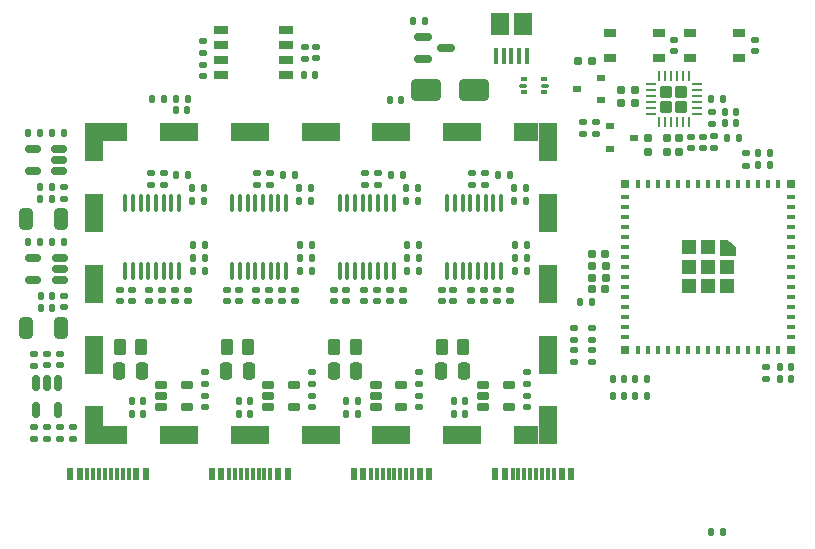
<source format=gbr>
%TF.GenerationSoftware,KiCad,Pcbnew,8.0.5*%
%TF.CreationDate,2025-03-11T21:14:57+01:00*%
%TF.ProjectId,Platine 4 Kanal Ferroelektret,506c6174-696e-4652-9034-204b616e616c,rev?*%
%TF.SameCoordinates,Original*%
%TF.FileFunction,Paste,Top*%
%TF.FilePolarity,Positive*%
%FSLAX46Y46*%
G04 Gerber Fmt 4.6, Leading zero omitted, Abs format (unit mm)*
G04 Created by KiCad (PCBNEW 8.0.5) date 2025-03-11 21:14:57*
%MOMM*%
%LPD*%
G01*
G04 APERTURE LIST*
G04 Aperture macros list*
%AMRoundRect*
0 Rectangle with rounded corners*
0 $1 Rounding radius*
0 $2 $3 $4 $5 $6 $7 $8 $9 X,Y pos of 4 corners*
0 Add a 4 corners polygon primitive as box body*
4,1,4,$2,$3,$4,$5,$6,$7,$8,$9,$2,$3,0*
0 Add four circle primitives for the rounded corners*
1,1,$1+$1,$2,$3*
1,1,$1+$1,$4,$5*
1,1,$1+$1,$6,$7*
1,1,$1+$1,$8,$9*
0 Add four rect primitives between the rounded corners*
20,1,$1+$1,$2,$3,$4,$5,0*
20,1,$1+$1,$4,$5,$6,$7,0*
20,1,$1+$1,$6,$7,$8,$9,0*
20,1,$1+$1,$8,$9,$2,$3,0*%
G04 Aperture macros list end*
%ADD10C,0.010000*%
%ADD11R,1.300000X0.700000*%
%ADD12RoundRect,0.135000X-0.185000X0.135000X-0.185000X-0.135000X0.185000X-0.135000X0.185000X0.135000X0*%
%ADD13RoundRect,0.140000X-0.170000X0.140000X-0.170000X-0.140000X0.170000X-0.140000X0.170000X0.140000X0*%
%ADD14RoundRect,0.140000X0.170000X-0.140000X0.170000X0.140000X-0.170000X0.140000X-0.170000X-0.140000X0*%
%ADD15R,0.400000X1.350000*%
%ADD16R,1.500000X1.900000*%
%ADD17RoundRect,0.100000X-0.100000X0.637500X-0.100000X-0.637500X0.100000X-0.637500X0.100000X0.637500X0*%
%ADD18RoundRect,0.135000X0.135000X0.185000X-0.135000X0.185000X-0.135000X-0.185000X0.135000X-0.185000X0*%
%ADD19RoundRect,0.140000X-0.140000X-0.170000X0.140000X-0.170000X0.140000X0.170000X-0.140000X0.170000X0*%
%ADD20RoundRect,0.150000X-0.150000X0.512500X-0.150000X-0.512500X0.150000X-0.512500X0.150000X0.512500X0*%
%ADD21RoundRect,0.155000X-0.212500X-0.155000X0.212500X-0.155000X0.212500X0.155000X-0.212500X0.155000X0*%
%ADD22RoundRect,0.150000X0.512500X0.150000X-0.512500X0.150000X-0.512500X-0.150000X0.512500X-0.150000X0*%
%ADD23RoundRect,0.140000X0.140000X0.170000X-0.140000X0.170000X-0.140000X-0.170000X0.140000X-0.170000X0*%
%ADD24RoundRect,0.160000X-0.197500X-0.160000X0.197500X-0.160000X0.197500X0.160000X-0.197500X0.160000X0*%
%ADD25RoundRect,0.135000X0.185000X-0.135000X0.185000X0.135000X-0.185000X0.135000X-0.185000X-0.135000X0*%
%ADD26RoundRect,0.250000X-0.325000X-0.650000X0.325000X-0.650000X0.325000X0.650000X-0.325000X0.650000X0*%
%ADD27RoundRect,0.250000X0.262500X0.450000X-0.262500X0.450000X-0.262500X-0.450000X0.262500X-0.450000X0*%
%ADD28RoundRect,0.135000X-0.135000X-0.185000X0.135000X-0.185000X0.135000X0.185000X-0.135000X0.185000X0*%
%ADD29RoundRect,0.150000X-0.587500X-0.150000X0.587500X-0.150000X0.587500X0.150000X-0.587500X0.150000X0*%
%ADD30R,0.800000X0.600000*%
%ADD31RoundRect,0.147500X-0.147500X-0.172500X0.147500X-0.172500X0.147500X0.172500X-0.147500X0.172500X0*%
%ADD32RoundRect,0.147500X0.147500X0.172500X-0.147500X0.172500X-0.147500X-0.172500X0.147500X-0.172500X0*%
%ADD33R,0.600000X1.140000*%
%ADD34R,0.300000X1.140000*%
%ADD35RoundRect,0.162500X-0.367500X-0.162500X0.367500X-0.162500X0.367500X0.162500X-0.367500X0.162500X0*%
%ADD36RoundRect,0.250000X0.275000X-0.275000X0.275000X0.275000X-0.275000X0.275000X-0.275000X-0.275000X0*%
%ADD37RoundRect,0.062500X0.062500X-0.350000X0.062500X0.350000X-0.062500X0.350000X-0.062500X-0.350000X0*%
%ADD38RoundRect,0.062500X0.350000X-0.062500X0.350000X0.062500X-0.350000X0.062500X-0.350000X-0.062500X0*%
%ADD39RoundRect,0.160000X0.160000X-0.197500X0.160000X0.197500X-0.160000X0.197500X-0.160000X-0.197500X0*%
%ADD40RoundRect,0.147500X0.172500X-0.147500X0.172500X0.147500X-0.172500X0.147500X-0.172500X-0.147500X0*%
%ADD41RoundRect,0.160000X0.197500X0.160000X-0.197500X0.160000X-0.197500X-0.160000X0.197500X-0.160000X0*%
%ADD42RoundRect,0.160000X-0.160000X0.197500X-0.160000X-0.197500X0.160000X-0.197500X0.160000X0.197500X0*%
%ADD43R,1.050000X0.650000*%
%ADD44RoundRect,0.250000X0.250000X0.475000X-0.250000X0.475000X-0.250000X-0.475000X0.250000X-0.475000X0*%
%ADD45RoundRect,0.093750X-0.156250X-0.093750X0.156250X-0.093750X0.156250X0.093750X-0.156250X0.093750X0*%
%ADD46RoundRect,0.075000X-0.250000X-0.075000X0.250000X-0.075000X0.250000X0.075000X-0.250000X0.075000X0*%
%ADD47R,1.550000X1.500000*%
%ADD48R,1.550000X1.750000*%
%ADD49R,1.550000X3.300000*%
%ADD50R,2.050000X1.500000*%
%ADD51R,2.100000X1.500000*%
%ADD52R,3.300000X1.500000*%
%ADD53RoundRect,0.250000X-1.000000X-0.650000X1.000000X-0.650000X1.000000X0.650000X-1.000000X0.650000X0*%
%ADD54R,0.400000X0.800000*%
%ADD55R,0.800000X0.400000*%
%ADD56R,1.200000X1.200000*%
%ADD57R,0.800000X0.800000*%
G04 APERTURE END LIST*
D10*
%TO.C,U2*%
X162100000Y-95400000D02*
X162100000Y-96000000D01*
X160900000Y-96000000D01*
X160900000Y-94800000D01*
X161500000Y-94800000D01*
X162100000Y-95400000D01*
G36*
X162100000Y-95400000D02*
G01*
X162100000Y-96000000D01*
X160900000Y-96000000D01*
X160900000Y-94800000D01*
X161500000Y-94800000D01*
X162100000Y-95400000D01*
G37*
%TD*%
D11*
%TO.C,IC1*%
X118650000Y-76995000D03*
X118650000Y-78265000D03*
X118650000Y-79535000D03*
X118650000Y-80805000D03*
X124150000Y-80805000D03*
X124150000Y-79535000D03*
X124150000Y-78265000D03*
X124150000Y-76995000D03*
%TD*%
D12*
%TO.C,R3*%
X102800000Y-104390000D03*
X102800000Y-105410000D03*
%TD*%
D13*
%TO.C,C6*%
X102800000Y-110620000D03*
X102800000Y-111580000D03*
%TD*%
%TO.C,C5*%
X103900000Y-110620000D03*
X103900000Y-111580000D03*
%TD*%
D14*
%TO.C,C4*%
X105000000Y-111580000D03*
X105000000Y-110620000D03*
%TD*%
%TO.C,C3*%
X106100000Y-111580000D03*
X106100000Y-110620000D03*
%TD*%
D13*
%TO.C,C2*%
X103900000Y-104420000D03*
X103900000Y-105380000D03*
%TD*%
%TO.C,C1*%
X105000000Y-104420000D03*
X105000000Y-105380000D03*
%TD*%
D14*
%TO.C,C74*%
X105300000Y-91280000D03*
X105300000Y-90320000D03*
%TD*%
%TO.C,C20*%
X113650000Y-99942500D03*
X113650000Y-98982500D03*
%TD*%
D15*
%TO.C,J11*%
X144500000Y-79162500D03*
X143850000Y-79162500D03*
X143200000Y-79162500D03*
X142550000Y-79162500D03*
X141900000Y-79162500D03*
D16*
X144200000Y-76462500D03*
X142200000Y-76462500D03*
%TD*%
D13*
%TO.C,C46*%
X135400000Y-107982500D03*
X135400000Y-108942500D03*
%TD*%
%TO.C,C60*%
X143100000Y-98982500D03*
X143100000Y-99942500D03*
%TD*%
D17*
%TO.C,U9*%
X142325000Y-91637500D03*
X141675000Y-91637500D03*
X141025000Y-91637500D03*
X140375000Y-91637500D03*
X139725000Y-91637500D03*
X139075000Y-91637500D03*
X138425000Y-91637500D03*
X137775000Y-91637500D03*
X137775000Y-97362500D03*
X138425000Y-97362500D03*
X139075000Y-97362500D03*
X139725000Y-97362500D03*
X140375000Y-97362500D03*
X141025000Y-97362500D03*
X141675000Y-97362500D03*
X142325000Y-97362500D03*
%TD*%
D18*
%TO.C,R33*%
X144510000Y-96262500D03*
X143490000Y-96262500D03*
%TD*%
%TO.C,R16*%
X117160000Y-90362500D03*
X116140000Y-90362500D03*
%TD*%
D13*
%TO.C,C43*%
X135400000Y-105982500D03*
X135400000Y-106942500D03*
%TD*%
D19*
%TO.C,C39*%
X120120000Y-109462500D03*
X121080000Y-109462500D03*
%TD*%
D20*
%TO.C,U1*%
X104850000Y-106862500D03*
X103900000Y-106862500D03*
X102950000Y-106862500D03*
X102950000Y-109137500D03*
X104850000Y-109137500D03*
%TD*%
D21*
%TO.C,C15*%
X150032500Y-95950000D03*
X151167500Y-95950000D03*
%TD*%
D14*
%TO.C,C54*%
X141000000Y-90080000D03*
X141000000Y-89120000D03*
%TD*%
D22*
%TO.C,U14*%
X104962500Y-98150000D03*
X104962500Y-97200000D03*
X104962500Y-96250000D03*
X102687500Y-96250000D03*
X102687500Y-98150000D03*
%TD*%
D23*
%TO.C,C12*%
X165080000Y-87420000D03*
X164120000Y-87420000D03*
%TD*%
D13*
%TO.C,C24*%
X115850000Y-98982500D03*
X115850000Y-99942500D03*
%TD*%
D18*
%TO.C,R20*%
X126310000Y-97362500D03*
X125290000Y-97362500D03*
%TD*%
D13*
%TO.C,C22*%
X117250000Y-107982500D03*
X117250000Y-108942500D03*
%TD*%
D18*
%TO.C,R35*%
X144510000Y-95162500D03*
X143490000Y-95162500D03*
%TD*%
D24*
%TO.C,R9*%
X150002500Y-97950000D03*
X151197500Y-97950000D03*
%TD*%
D25*
%TO.C,R49*%
X150400000Y-85810000D03*
X150400000Y-84790000D03*
%TD*%
D14*
%TO.C,C35*%
X123800000Y-99942500D03*
X123800000Y-98982500D03*
%TD*%
D21*
%TO.C,C16*%
X150032500Y-98950000D03*
X151167500Y-98950000D03*
%TD*%
D17*
%TO.C,U5*%
X124125000Y-91625000D03*
X123475000Y-91625000D03*
X122825000Y-91625000D03*
X122175000Y-91625000D03*
X121525000Y-91625000D03*
X120875000Y-91625000D03*
X120225000Y-91625000D03*
X119575000Y-91625000D03*
X119575000Y-97350000D03*
X120225000Y-97350000D03*
X120875000Y-97350000D03*
X121525000Y-97350000D03*
X122175000Y-97350000D03*
X122825000Y-97350000D03*
X123475000Y-97350000D03*
X124125000Y-97350000D03*
%TD*%
D14*
%TO.C,C32*%
X122700000Y-99942500D03*
X122700000Y-98982500D03*
%TD*%
D18*
%TO.C,R14*%
X117260000Y-97362500D03*
X116240000Y-97362500D03*
%TD*%
D14*
%TO.C,C18*%
X113750000Y-90080000D03*
X113750000Y-89120000D03*
%TD*%
D26*
%TO.C,C7*%
X102125000Y-93000000D03*
X105075000Y-93000000D03*
%TD*%
D23*
%TO.C,C71*%
X115780000Y-83800000D03*
X114820000Y-83800000D03*
%TD*%
D14*
%TO.C,C59*%
X142000000Y-99942500D03*
X142000000Y-98982500D03*
%TD*%
D27*
%TO.C,RF1*%
X111862500Y-103862500D03*
X110037500Y-103862500D03*
%TD*%
D13*
%TO.C,C58*%
X144500000Y-107982500D03*
X144500000Y-108942500D03*
%TD*%
D28*
%TO.C,R52*%
X134890000Y-76200000D03*
X135910000Y-76200000D03*
%TD*%
D18*
%TO.C,R28*%
X135310000Y-90362500D03*
X134290000Y-90362500D03*
%TD*%
%TO.C,R32*%
X144510000Y-97362500D03*
X143490000Y-97362500D03*
%TD*%
%TO.C,R15*%
X117260000Y-96262500D03*
X116240000Y-96262500D03*
%TD*%
D29*
%TO.C,Q3*%
X135762500Y-77550000D03*
X135762500Y-79450000D03*
X137637500Y-78500000D03*
%TD*%
D18*
%TO.C,R12*%
X115860000Y-89262500D03*
X114840000Y-89262500D03*
%TD*%
D14*
%TO.C,C56*%
X140900000Y-99942500D03*
X140900000Y-98982500D03*
%TD*%
D30*
%TO.C,Q2*%
X151590000Y-85150000D03*
X151590000Y-87050000D03*
X153610000Y-86100000D03*
%TD*%
D18*
%TO.C,R21*%
X126310000Y-96262500D03*
X125290000Y-96262500D03*
%TD*%
D31*
%TO.C,LED_INFO4*%
X151800000Y-108000000D03*
X152770000Y-108000000D03*
%TD*%
D12*
%TO.C,R40*%
X160200000Y-83890000D03*
X160200000Y-84910000D03*
%TD*%
D25*
%TO.C,R43*%
X125700000Y-79410000D03*
X125700000Y-78390000D03*
%TD*%
D13*
%TO.C,C9*%
X163800000Y-77820000D03*
X163800000Y-78780000D03*
%TD*%
D23*
%TO.C,C28*%
X112030000Y-108362500D03*
X111070000Y-108362500D03*
%TD*%
%TO.C,C11*%
X165080000Y-88450000D03*
X164120000Y-88450000D03*
%TD*%
%TO.C,C76*%
X104305000Y-99500000D03*
X103345000Y-99500000D03*
%TD*%
D32*
%TO.C,LED_PWR2*%
X105285000Y-85700000D03*
X104315000Y-85700000D03*
%TD*%
D23*
%TO.C,C14*%
X166880000Y-106550000D03*
X165920000Y-106550000D03*
%TD*%
D26*
%TO.C,C8*%
X102125000Y-102200000D03*
X105075000Y-102200000D03*
%TD*%
D13*
%TO.C,C57*%
X139800000Y-98982500D03*
X139800000Y-99942500D03*
%TD*%
%TO.C,C25*%
X110050000Y-98982500D03*
X110050000Y-99942500D03*
%TD*%
D18*
%TO.C,R18*%
X124910000Y-89262500D03*
X123890000Y-89262500D03*
%TD*%
D33*
%TO.C,J7*%
X105850000Y-114562500D03*
X106650000Y-114562500D03*
D34*
X107800000Y-114562500D03*
X108800000Y-114562500D03*
X109300000Y-114562500D03*
X110300000Y-114562500D03*
D33*
X112250000Y-114562500D03*
X111450000Y-114562500D03*
D34*
X110800000Y-114562500D03*
X109800000Y-114562500D03*
X108300000Y-114562500D03*
X107300000Y-114562500D03*
%TD*%
D32*
%TO.C,LED_PWR1*%
X162470000Y-86100000D03*
X161500000Y-86100000D03*
%TD*%
D18*
%TO.C,R29*%
X135410000Y-95162500D03*
X134390000Y-95162500D03*
%TD*%
D27*
%TO.C,RF3*%
X130012500Y-103862500D03*
X128187500Y-103862500D03*
%TD*%
D13*
%TO.C,C21*%
X112550000Y-98982500D03*
X112550000Y-99942500D03*
%TD*%
%TO.C,C53*%
X139900000Y-89120000D03*
X139900000Y-90080000D03*
%TD*%
D35*
%TO.C,U8*%
X131700000Y-107012500D03*
X131700000Y-107962500D03*
X131700000Y-108912500D03*
X133900000Y-108912500D03*
X133900000Y-107012500D03*
%TD*%
D14*
%TO.C,C78*%
X105325000Y-100480000D03*
X105325000Y-99520000D03*
%TD*%
D23*
%TO.C,C64*%
X139280000Y-108362500D03*
X138320000Y-108362500D03*
%TD*%
D14*
%TO.C,C62*%
X138300000Y-99942500D03*
X138300000Y-98982500D03*
%TD*%
D30*
%TO.C,Q1*%
X150810000Y-82950000D03*
X150810000Y-81050000D03*
X148790000Y-82000000D03*
%TD*%
D18*
%TO.C,R17*%
X117260000Y-95162500D03*
X116240000Y-95162500D03*
%TD*%
D13*
%TO.C,C17*%
X112650000Y-89120000D03*
X112650000Y-90080000D03*
%TD*%
%TO.C,C41*%
X130800000Y-89120000D03*
X130800000Y-90080000D03*
%TD*%
D23*
%TO.C,C66*%
X162260000Y-83900000D03*
X161300000Y-83900000D03*
%TD*%
D36*
%TO.C,U12*%
X156300000Y-83500000D03*
X157600000Y-83500000D03*
X156300000Y-82200000D03*
X157600000Y-82200000D03*
D37*
X155700000Y-84787500D03*
X156200000Y-84787500D03*
X156700000Y-84787500D03*
X157200000Y-84787500D03*
X157700000Y-84787500D03*
X158200000Y-84787500D03*
D38*
X158887500Y-84100000D03*
X158887500Y-83600000D03*
X158887500Y-83100000D03*
X158887500Y-82600000D03*
X158887500Y-82100000D03*
X158887500Y-81600000D03*
D37*
X158200000Y-80912500D03*
X157700000Y-80912500D03*
X157200000Y-80912500D03*
X156700000Y-80912500D03*
X156200000Y-80912500D03*
X155700000Y-80912500D03*
D38*
X155012500Y-81600000D03*
X155012500Y-82100000D03*
X155012500Y-82600000D03*
X155012500Y-83100000D03*
X155012500Y-83600000D03*
X155012500Y-84100000D03*
%TD*%
D18*
%TO.C,R19*%
X126210000Y-91462500D03*
X125190000Y-91462500D03*
%TD*%
D19*
%TO.C,C27*%
X111070000Y-109462500D03*
X112030000Y-109462500D03*
%TD*%
D23*
%TO.C,C77*%
X104305000Y-100500000D03*
X103345000Y-100500000D03*
%TD*%
D14*
%TO.C,C69*%
X117100000Y-80880000D03*
X117100000Y-79920000D03*
%TD*%
D12*
%TO.C,R2*%
X150000000Y-102175000D03*
X150000000Y-103195000D03*
%TD*%
%TO.C,R47*%
X149300000Y-84790000D03*
X149300000Y-85810000D03*
%TD*%
D13*
%TO.C,C10*%
X157000000Y-77820000D03*
X157000000Y-78780000D03*
%TD*%
D23*
%TO.C,C67*%
X162260000Y-84900000D03*
X161300000Y-84900000D03*
%TD*%
D13*
%TO.C,C61*%
X137300000Y-98982500D03*
X137300000Y-99942500D03*
%TD*%
D28*
%TO.C,R53*%
X102305000Y-94905000D03*
X103325000Y-94905000D03*
%TD*%
D13*
%TO.C,C36*%
X124900000Y-98982500D03*
X124900000Y-99942500D03*
%TD*%
D12*
%TO.C,R6*%
X163100000Y-87440000D03*
X163100000Y-88460000D03*
%TD*%
D39*
%TO.C,R41*%
X157400000Y-87297500D03*
X157400000Y-86102500D03*
%TD*%
D24*
%TO.C,R39*%
X152500000Y-82100000D03*
X153695000Y-82100000D03*
%TD*%
D18*
%TO.C,R4*%
X154710000Y-106500000D03*
X153690000Y-106500000D03*
%TD*%
D14*
%TO.C,C42*%
X131900000Y-90080000D03*
X131900000Y-89120000D03*
%TD*%
%TO.C,C65*%
X159400000Y-86980000D03*
X159400000Y-86020000D03*
%TD*%
D13*
%TO.C,C55*%
X144500000Y-105982500D03*
X144500000Y-106942500D03*
%TD*%
D14*
%TO.C,C68*%
X158400000Y-86980000D03*
X158400000Y-86020000D03*
%TD*%
%TO.C,C47*%
X132900000Y-99942500D03*
X132900000Y-98982500D03*
%TD*%
D18*
%TO.C,R22*%
X126210000Y-90362500D03*
X125190000Y-90362500D03*
%TD*%
D12*
%TO.C,R1*%
X148500000Y-102175000D03*
X148500000Y-103195000D03*
%TD*%
D17*
%TO.C,U7*%
X133225000Y-91637500D03*
X132575000Y-91637500D03*
X131925000Y-91637500D03*
X131275000Y-91637500D03*
X130625000Y-91637500D03*
X129975000Y-91637500D03*
X129325000Y-91637500D03*
X128675000Y-91637500D03*
X128675000Y-97362500D03*
X129325000Y-97362500D03*
X129975000Y-97362500D03*
X130625000Y-97362500D03*
X131275000Y-97362500D03*
X131925000Y-97362500D03*
X132575000Y-97362500D03*
X133225000Y-97362500D03*
%TD*%
D33*
%TO.C,J8*%
X117850000Y-114562500D03*
X118650000Y-114562500D03*
D34*
X119800000Y-114562500D03*
X120800000Y-114562500D03*
X121300000Y-114562500D03*
X122300000Y-114562500D03*
D33*
X124250000Y-114562500D03*
X123450000Y-114562500D03*
D34*
X122800000Y-114562500D03*
X121800000Y-114562500D03*
X120300000Y-114562500D03*
X119300000Y-114562500D03*
%TD*%
D33*
%TO.C,J9*%
X129850000Y-114562500D03*
X130650000Y-114562500D03*
D34*
X131800000Y-114562500D03*
X132800000Y-114562500D03*
X133300000Y-114562500D03*
X134300000Y-114562500D03*
D33*
X136250000Y-114562500D03*
X135450000Y-114562500D03*
D34*
X134800000Y-114562500D03*
X133800000Y-114562500D03*
X132300000Y-114562500D03*
X131300000Y-114562500D03*
%TD*%
D14*
%TO.C,C30*%
X122800000Y-90067500D03*
X122800000Y-89107500D03*
%TD*%
D13*
%TO.C,C49*%
X128200000Y-98982500D03*
X128200000Y-99942500D03*
%TD*%
D28*
%TO.C,R51*%
X102290000Y-85700000D03*
X103310000Y-85700000D03*
%TD*%
D13*
%TO.C,C34*%
X126300000Y-107982500D03*
X126300000Y-108942500D03*
%TD*%
D40*
%TO.C,LED_INFO1*%
X148500000Y-105085000D03*
X148500000Y-104115000D03*
%TD*%
D23*
%TO.C,C13*%
X166880000Y-105550000D03*
X165920000Y-105550000D03*
%TD*%
%TO.C,C40*%
X121080000Y-108362500D03*
X120120000Y-108362500D03*
%TD*%
D41*
%TO.C,R8*%
X151197500Y-96950000D03*
X150002500Y-96950000D03*
%TD*%
D22*
%TO.C,U13*%
X104937500Y-88950000D03*
X104937500Y-88000000D03*
X104937500Y-87050000D03*
X102662500Y-87050000D03*
X102662500Y-88950000D03*
%TD*%
D42*
%TO.C,R50*%
X154800000Y-86102500D03*
X154800000Y-87297500D03*
%TD*%
D23*
%TO.C,C70*%
X126580000Y-80800000D03*
X125620000Y-80800000D03*
%TD*%
D13*
%TO.C,C37*%
X119100000Y-98982500D03*
X119100000Y-99942500D03*
%TD*%
D23*
%TO.C,C52*%
X130180000Y-108362500D03*
X129220000Y-108362500D03*
%TD*%
D13*
%TO.C,C45*%
X130700000Y-98982500D03*
X130700000Y-99942500D03*
%TD*%
D18*
%TO.C,R25*%
X135310000Y-91462500D03*
X134290000Y-91462500D03*
%TD*%
D41*
%TO.C,R38*%
X153700000Y-83200000D03*
X152505000Y-83200000D03*
%TD*%
D19*
%TO.C,C63*%
X138320000Y-109462500D03*
X139280000Y-109462500D03*
%TD*%
D43*
%TO.C,RESET_SWITCH1*%
X155675000Y-79375000D03*
X151525000Y-79375000D03*
X155675000Y-77225000D03*
X151525000Y-77225000D03*
%TD*%
D18*
%TO.C,R31*%
X144410000Y-91462500D03*
X143390000Y-91462500D03*
%TD*%
D27*
%TO.C,RF4*%
X139112500Y-103862500D03*
X137287500Y-103862500D03*
%TD*%
D44*
%TO.C,CF4*%
X139150000Y-105862500D03*
X137250000Y-105862500D03*
%TD*%
D18*
%TO.C,R5*%
X154710000Y-108000000D03*
X153690000Y-108000000D03*
%TD*%
D45*
%TO.C,U11*%
X144250000Y-81162500D03*
D46*
X144175000Y-81700000D03*
D45*
X144250000Y-82237500D03*
X145950000Y-82237500D03*
D46*
X146025000Y-81700000D03*
D45*
X145950000Y-81162500D03*
%TD*%
D44*
%TO.C,CF1*%
X111900000Y-105862500D03*
X110000000Y-105862500D03*
%TD*%
D17*
%TO.C,U3*%
X115075000Y-91625000D03*
X114425000Y-91625000D03*
X113775000Y-91625000D03*
X113125000Y-91625000D03*
X112475000Y-91625000D03*
X111825000Y-91625000D03*
X111175000Y-91625000D03*
X110525000Y-91625000D03*
X110525000Y-97350000D03*
X111175000Y-97350000D03*
X111825000Y-97350000D03*
X112475000Y-97350000D03*
X113125000Y-97350000D03*
X113775000Y-97350000D03*
X114425000Y-97350000D03*
X115075000Y-97350000D03*
%TD*%
D42*
%TO.C,R42*%
X156400000Y-86100000D03*
X156400000Y-87295000D03*
%TD*%
D23*
%TO.C,C73*%
X104280000Y-90300000D03*
X103320000Y-90300000D03*
%TD*%
D18*
%TO.C,R26*%
X135410000Y-97362500D03*
X134390000Y-97362500D03*
%TD*%
%TO.C,R23*%
X126310000Y-95162500D03*
X125290000Y-95162500D03*
%TD*%
%TO.C,R30*%
X143110000Y-89262500D03*
X142090000Y-89262500D03*
%TD*%
D13*
%TO.C,C31*%
X126300000Y-105982500D03*
X126300000Y-106942500D03*
%TD*%
D18*
%TO.C,R34*%
X144410000Y-90362500D03*
X143390000Y-90362500D03*
%TD*%
D12*
%TO.C,R46*%
X117100000Y-77890000D03*
X117100000Y-78910000D03*
%TD*%
D28*
%TO.C,R37*%
X160090000Y-82800000D03*
X161110000Y-82800000D03*
%TD*%
D18*
%TO.C,R24*%
X134010000Y-89262500D03*
X132990000Y-89262500D03*
%TD*%
D43*
%TO.C,BOOT_SWITCH1*%
X162475000Y-79375000D03*
X158325000Y-79375000D03*
X162475000Y-77225000D03*
X158325000Y-77225000D03*
%TD*%
D18*
%TO.C,R27*%
X135410000Y-96262500D03*
X134390000Y-96262500D03*
%TD*%
D35*
%TO.C,U6*%
X122600000Y-107012500D03*
X122600000Y-107962500D03*
X122600000Y-108912500D03*
X124800000Y-108912500D03*
X124800000Y-107012500D03*
%TD*%
D47*
%TO.C,J6*%
X107825000Y-85612500D03*
D48*
X107825000Y-87237500D03*
D49*
X107825000Y-92462500D03*
X107825000Y-98462500D03*
X107825000Y-104462500D03*
D48*
X107825000Y-109687500D03*
D47*
X107825000Y-111312500D03*
D50*
X109625000Y-85612500D03*
D51*
X109650000Y-111312500D03*
D52*
X115050000Y-85612500D03*
X115050000Y-111312500D03*
X121050000Y-85612500D03*
X121050000Y-111312500D03*
X127050000Y-85612500D03*
X127050000Y-111312500D03*
X133050000Y-85612500D03*
X133050000Y-111312500D03*
X139050000Y-85612500D03*
X139050000Y-111312500D03*
D51*
X144450000Y-85612500D03*
X144450000Y-111312500D03*
D47*
X146275000Y-85612500D03*
D48*
X146275000Y-87237500D03*
D49*
X146275000Y-92462500D03*
X146275000Y-98462500D03*
X146275000Y-104462500D03*
D48*
X146275000Y-109687500D03*
D47*
X146275000Y-111312500D03*
%TD*%
D33*
%TO.C,J10*%
X141850000Y-114562500D03*
X142650000Y-114562500D03*
D34*
X143800000Y-114562500D03*
X144800000Y-114562500D03*
X145300000Y-114562500D03*
X146300000Y-114562500D03*
D33*
X148250000Y-114562500D03*
X147450000Y-114562500D03*
D34*
X146800000Y-114562500D03*
X145800000Y-114562500D03*
X144300000Y-114562500D03*
X143300000Y-114562500D03*
%TD*%
D14*
%TO.C,C50*%
X129200000Y-99942500D03*
X129200000Y-98982500D03*
%TD*%
D19*
%TO.C,C75*%
X132920000Y-82900000D03*
X133880000Y-82900000D03*
%TD*%
D12*
%TO.C,R36*%
X160400000Y-85990000D03*
X160400000Y-87010000D03*
%TD*%
D53*
%TO.C,D1*%
X136000000Y-82100000D03*
X140000000Y-82100000D03*
%TD*%
D32*
%TO.C,LED_PWR3*%
X105300000Y-94900000D03*
X104330000Y-94900000D03*
%TD*%
D13*
%TO.C,C33*%
X121600000Y-98982500D03*
X121600000Y-99942500D03*
%TD*%
D18*
%TO.C,R48*%
X115810000Y-82800000D03*
X114790000Y-82800000D03*
%TD*%
D35*
%TO.C,U10*%
X140800000Y-107012500D03*
X140800000Y-107962500D03*
X140800000Y-108912500D03*
X143000000Y-108912500D03*
X143000000Y-107012500D03*
%TD*%
D31*
%TO.C,LED_INFO3*%
X151800000Y-106500000D03*
X152770000Y-106500000D03*
%TD*%
D13*
%TO.C,C48*%
X134000000Y-98982500D03*
X134000000Y-99942500D03*
%TD*%
D18*
%TO.C,R44*%
X113810000Y-82800000D03*
X112790000Y-82800000D03*
%TD*%
D35*
%TO.C,U4*%
X113550000Y-107012500D03*
X113550000Y-107962500D03*
X113550000Y-108912500D03*
X115750000Y-108912500D03*
X115750000Y-107012500D03*
%TD*%
D13*
%TO.C,C29*%
X121700000Y-89107500D03*
X121700000Y-90067500D03*
%TD*%
%TO.C,C19*%
X117250000Y-105982500D03*
X117250000Y-106942500D03*
%TD*%
D54*
%TO.C,U2*%
X165800000Y-90050000D03*
X164950000Y-90050000D03*
X164100000Y-90050000D03*
X163250000Y-90050000D03*
X162400000Y-90050000D03*
X161550000Y-90050000D03*
X160700000Y-90050000D03*
X159850000Y-90050000D03*
X159000000Y-90050000D03*
X158150000Y-90050000D03*
X157300000Y-90050000D03*
X156450000Y-90050000D03*
X155600000Y-90050000D03*
X154750000Y-90050000D03*
X153900000Y-90050000D03*
D55*
X152850000Y-91100000D03*
X152850000Y-91950000D03*
X152850000Y-92800000D03*
X152850000Y-93650000D03*
X152850000Y-94500000D03*
X152850000Y-95350000D03*
X152850000Y-96200000D03*
X152850000Y-97050000D03*
X152850000Y-97900000D03*
X152850000Y-98750000D03*
X152850000Y-99600000D03*
X152850000Y-100450000D03*
X152850000Y-101300000D03*
X152850000Y-102150000D03*
X152850000Y-103000000D03*
D54*
X153900000Y-104050000D03*
X154750000Y-104050000D03*
X155600000Y-104050000D03*
X156450000Y-104050000D03*
X157300000Y-104050000D03*
X158150000Y-104050000D03*
X159000000Y-104050000D03*
X159850000Y-104050000D03*
X160700000Y-104050000D03*
X161550000Y-104050000D03*
X162400000Y-104050000D03*
X163250000Y-104050000D03*
X164100000Y-104050000D03*
X164950000Y-104050000D03*
X165800000Y-104050000D03*
D55*
X166850000Y-103000000D03*
X166850000Y-102150000D03*
X166850000Y-101300000D03*
X166850000Y-100450000D03*
X166850000Y-99600000D03*
X166850000Y-98750000D03*
X166850000Y-97900000D03*
X166850000Y-97050000D03*
X166850000Y-96200000D03*
X166850000Y-95350000D03*
X166850000Y-94500000D03*
X166850000Y-93650000D03*
X166850000Y-92800000D03*
X166850000Y-91950000D03*
X166850000Y-91100000D03*
D56*
X159850000Y-97050000D03*
X161500000Y-97050000D03*
X161500000Y-98700000D03*
X159850000Y-98700000D03*
X158200000Y-98700000D03*
X158200000Y-97050000D03*
X158200000Y-95400000D03*
X159850000Y-95400000D03*
D57*
X166850000Y-90050000D03*
X152850000Y-90050000D03*
X152850000Y-104050000D03*
X166850000Y-104050000D03*
%TD*%
D14*
%TO.C,C23*%
X114750000Y-99942500D03*
X114750000Y-98982500D03*
%TD*%
D23*
%TO.C,C72*%
X104280000Y-91300000D03*
X103320000Y-91300000D03*
%TD*%
D14*
%TO.C,C26*%
X111050000Y-99942500D03*
X111050000Y-98982500D03*
%TD*%
D40*
%TO.C,LED_INFO2*%
X150000000Y-105085000D03*
X150000000Y-104115000D03*
%TD*%
%TO.C,LED_CHRG1*%
X126700000Y-79385000D03*
X126700000Y-78415000D03*
%TD*%
D14*
%TO.C,C44*%
X131800000Y-99942500D03*
X131800000Y-98982500D03*
%TD*%
D24*
%TO.C,R45*%
X148802500Y-79600000D03*
X149997500Y-79600000D03*
%TD*%
D18*
%TO.C,R11*%
X150010000Y-100050000D03*
X148990000Y-100050000D03*
%TD*%
D25*
%TO.C,R7*%
X164800000Y-106560000D03*
X164800000Y-105540000D03*
%TD*%
D18*
%TO.C,R10*%
X161110000Y-119500000D03*
X160090000Y-119500000D03*
%TD*%
D27*
%TO.C,RF2*%
X120912500Y-103862500D03*
X119087500Y-103862500D03*
%TD*%
D44*
%TO.C,CF3*%
X130050000Y-105862500D03*
X128150000Y-105862500D03*
%TD*%
D18*
%TO.C,R13*%
X117160000Y-91462500D03*
X116140000Y-91462500D03*
%TD*%
D19*
%TO.C,C51*%
X129220000Y-109462500D03*
X130180000Y-109462500D03*
%TD*%
D44*
%TO.C,CF2*%
X120950000Y-105862500D03*
X119050000Y-105862500D03*
%TD*%
D14*
%TO.C,C38*%
X120100000Y-99942500D03*
X120100000Y-98982500D03*
%TD*%
M02*

</source>
